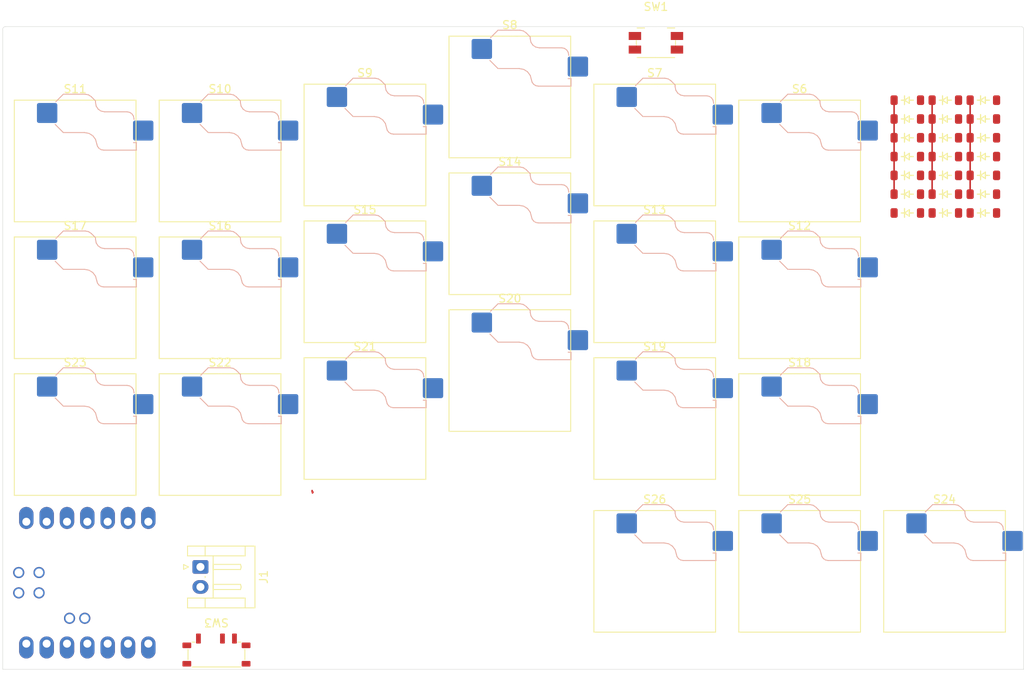
<source format=kicad_pcb>
(kicad_pcb (version 20240108) (generator "pcbnew") (generator_version "8.0")
  (layers (0 "F.Cu" signal) (31 "B.Cu" signal) (34 "B.Paste" user) (35 "F.Paste" user) (36 "B.SilkS" user "B.Silkscreen") (37 "F.SilkS" user "F.Silkscreen") (38 "B.Mask" user) (39 "F.Mask" user) (44 "Edge.Cuts" user))
  (net 0 "")
  (net 1 "ROW0")
  (net 2 "ROW1")
  (net 3 "Net-(D6-A)")
  (net 4 "Net-(D7-A)")
  (net 5 "Net-(D8-A)")
  (net 6 "Net-(D9-A)")
  (net 7 "Net-(D10-A)")
  (net 8 "Net-(D11-A)")
  (net 9 "Net-(D12-A)")
  (net 10 "ROW2")
  (net 11 "Net-(D13-A)")
  (net 12 "Net-(D14-A)")
  (net 13 "Net-(D15-A)")
  (net 14 "Net-(D16-A)")
  (net 15 "Net-(D17-A)")
  (net 16 "ROW3")
  (net 17 "Net-(D18-A)")
  (net 18 "Net-(D19-A)")
  (net 19 "Net-(D20-A)")
  (net 20 "Net-(D21-A)")
  (net 21 "Net-(D22-A)")
  (net 22 "Net-(D23-A)")
  (net 23 "ROW4")
  (net 24 "Net-(D24-A)")
  (net 25 "Net-(D25-A)")
  (net 26 "COL0")
  (net 27 "COL1")
  (net 28 "COL2")
  (net 29 "COL3")
  (net 30 "COL4")
  (net 31 "COL5")
  (net 32 "Net-(D26-A)")
  (net 33 "GND")
  (net 35 "RESET")
  (net 36 "BAT+")
  (net 40 "VBAT")
  (footprint "ScottoKeebs_Components:Diode_SOD-123" (layer "F.Cu") (at 203.35 87.954)
    (property "Reference" "D17" (hide yes))
    (property "Value" "Diode")
    (pad "1" smd roundrect (at -1.65 0) (size 0.9 1.2) (layers "F.Cu" "F.Paste" "F.Mask") (net 10 "ROW2"))
    (pad "2" smd roundrect (at 1.65 0) (size 0.9 1.2) (layers "F.Cu" "F.Paste" "F.Mask") (net 15 "Net-(D17-A)"))
  )
  (footprint "ScottoKeebs_Hotswap:Hotswap_Choc_V1_1.00u" (layer "F.Cu") (at 148.95 75.804)
    (property "Reference" "S8" (at 0 -9 0) (layer "F.SilkS"))
    (property "Value" "Keyswitch")
    (pad "" np_thru_hole circle (at -5.5 0) (size 1.9 1.9) (drill 1.9) (layers "*.Cu" "*.Mask"))
    (pad "" np_thru_hole circle (at 0 -5.9) (size 3.05 3.05) (drill 3.05) (layers "*.Cu" "*.Mask"))
    (pad "" np_thru_hole circle (at 0 0) (size 3.45 3.45) (drill 3.45) (layers "*.Cu" "*.Mask"))
    (pad "" np_thru_hole circle (at 5 -3.8) (size 3.05 3.05) (drill 3.05) (layers "*.Cu" "*.Mask"))
    (pad "" np_thru_hole circle (at 5.5 0) (size 1.9 1.9) (drill 1.9) (layers "*.Cu" "*.Mask"))
    (pad "1" smd roundrect (at -3.5 -6) (size 2.55 2.5) (layers "B.Cu" "B.Paste" "B.Mask") (roundrect_rratio 0.1) (net 28 "COL2"))
    (pad "2" smd roundrect (at 8.5 -3.8) (size 2.55 2.5) (layers "B.Cu" "B.Paste" "B.Mask") (roundrect_rratio 0.1) (net 5 "Net-(D8-A)"))
  )
  (footprint "ScottoKeebs_Hotswap:Hotswap_Choc_V1_1.00u" (layer "F.Cu") (at 185.15 135.104)
    (property "Reference" "S25" (at 0 -9 0) (layer "F.SilkS"))
    (property "Value" "Keyswitch")
    (pad "" np_thru_hole circle (at -5.5 0) (size 1.9 1.9) (drill 1.9) (layers "*.Cu" "*.Mask"))
    (pad "" np_thru_hole circle (at 0 -5.9) (size 3.05 3.05) (drill 3.05) (layers "*.Cu" "*.Mask"))
    (pad "" np_thru_hole circle (at 0 0) (size 3.45 3.45) (drill 3.45) (layers "*.Cu" "*.Mask"))
    (pad "" np_thru_hole circle (at 5 -3.8) (size 3.05 3.05) (drill 3.05) (layers "*.Cu" "*.Mask"))
    (pad "" np_thru_hole circle (at 5.5 0) (size 1.9 1.9) (drill 1.9) (layers "*.Cu" "*.Mask"))
    (pad "1" smd roundrect (at -3.5 -6) (size 2.55 2.5) (layers "B.Cu" "B.Paste" "B.Mask") (roundrect_rratio 0.1) (net 27 "COL1"))
    (pad "2" smd roundrect (at 8.5 -3.8) (size 2.55 2.5) (layers "B.Cu" "B.Paste" "B.Mask") (roundrect_rratio 0.1) (net 25 "Net-(D25-A)"))
  )
  (footprint "ScottoKeebs_Hotswap:Hotswap_Choc_V1_1.00u" (layer "F.Cu") (at 112.75 83.804)
    (property "Reference" "S10" (at 0 -9 0) (layer "F.SilkS"))
    (property "Value" "Keyswitch")
    (pad "" np_thru_hole circle (at -5.5 0) (size 1.9 1.9) (drill 1.9) (layers "*.Cu" "*.Mask"))
    (pad "" np_thru_hole circle (at 0 -5.9) (size 3.05 3.05) (drill 3.05) (layers "*.Cu" "*.Mask"))
    (pad "" np_thru_hole circle (at 0 0) (size 3.45 3.45) (drill 3.45) (layers "*.Cu" "*.Mask"))
    (pad "" np_thru_hole circle (at 5 -3.8) (size 3.05 3.05) (drill 3.05) (layers "*.Cu" "*.Mask"))
    (pad "" np_thru_hole circle (at 5.5 0) (size 1.9 1.9) (drill 1.9) (layers "*.Cu" "*.Mask"))
    (pad "1" smd roundrect (at -3.5 -6) (size 2.55 2.5) (layers "B.Cu" "B.Paste" "B.Mask") (roundrect_rratio 0.1) (net 30 "COL4"))
    (pad "2" smd roundrect (at 8.5 -3.8) (size 2.55 2.5) (layers "B.Cu" "B.Paste" "B.Mask") (roundrect_rratio 0.1) (net 7 "Net-(D10-A)"))
  )
  (footprint "ScottoKeebs_Hotswap:Hotswap_Choc_V1_1.00u" (layer "F.Cu") (at 167.05 98.904)
    (property "Reference" "S13" (at 0 -9 0) (layer "F.SilkS"))
    (property "Value" "Keyswitch")
    (pad "" np_thru_hole circle (at -5.5 0) (size 1.9 1.9) (drill 1.9) (layers "*.Cu" "*.Mask"))
    (pad "" np_thru_hole circle (at 0 -5.9) (size 3.05 3.05) (drill 3.05) (layers "*.Cu" "*.Mask"))
    (pad "" np_thru_hole circle (at 0 0) (size 3.45 3.45) (drill 3.45) (layers "*.Cu" "*.Mask"))
    (pad "" np_thru_hole circle (at 5 -3.8) (size 3.05 3.05) (drill 3.05) (layers "*.Cu" "*.Mask"))
    (pad "" np_thru_hole circle (at 5.5 0) (size 1.9 1.9) (drill 1.9) (layers "*.Cu" "*.Mask"))
    (pad "1" smd roundrect (at -3.5 -6) (size 2.55 2.5) (layers "B.Cu" "B.Paste" "B.Mask") (roundrect_rratio 0.1) (net 27 "COL1"))
    (pad "2" smd roundrect (at 8.5 -3.8) (size 2.55 2.5) (layers "B.Cu" "B.Paste" "B.Mask") (roundrect_rratio 0.1) (net 11 "Net-(D13-A)"))
  )
  (footprint "ScottoKeebs_Hotswap:Hotswap_Choc_V1_1.00u" (layer "F.Cu") (at 94.65 83.804)
    (property "Reference" "S11" (at 0 -9 0) (layer "F.SilkS"))
    (property "Value" "Keyswitch")
    (pad "" np_thru_hole circle (at -5.5 0) (size 1.9 1.9) (drill 1.9) (layers "*.Cu" "*.Mask"))
    (pad "" np_thru_hole circle (at 0 -5.9) (size 3.05 3.05) (drill 3.05) (layers "*.Cu" "*.Mask"))
    (pad "" np_thru_hole circle (at 0 0) (size 3.45 3.45) (drill 3.45) (layers "*.Cu" "*.Mask"))
    (pad "" np_thru_hole circle (at 5 -3.8) (size 3.05 3.05) (drill 3.05) (layers "*.Cu" "*.Mask"))
    (pad "" np_thru_hole circle (at 5.5 0) (size 1.9 1.9) (drill 1.9) (layers "*.Cu" "*.Mask"))
    (pad "1" smd roundrect (at -3.5 -6) (size 2.55 2.5) (layers "B.Cu" "B.Paste" "B.Mask") (roundrect_rratio 0.1) (net 31 "COL5"))
    (pad "2" smd roundrect (at 8.5 -3.8) (size 2.55 2.5) (layers "B.Cu" "B.Paste" "B.Mask") (roundrect_rratio 0.1) (net 8 "Net-(D11-A)"))
  )
  (footprint "ScottoKeebs_Components:Diode_SOD-123" (layer "F.Cu") (at 208.1 78.554)
    (property "Reference" "D19" (hide yes))
    (property "Value" "Diode")
    (pad "1" smd roundrect (at -1.65 0) (size 0.9 1.2) (layers "F.Cu" "F.Paste" "F.Mask") (net 16 "ROW3"))
    (pad "2" smd roundrect (at 1.65 0) (size 0.9 1.2) (layers "F.Cu" "F.Paste" "F.Mask") (net 18 "Net-(D19-A)"))
  )
  (footprint "ScottoKeebs_Components:Diode_SOD-123" (layer "F.Cu") (at 198.6 78.554)
    (property "Reference" "D7" (hide yes))
    (property "Value" "Diode")
    (pad "1" smd roundrect (at -1.65 0) (size 0.9 1.2) (layers "F.Cu" "F.Paste" "F.Mask") (net 2 "ROW1"))
    (pad "2" smd roundrect (at 1.65 0) (size 0.9 1.2) (layers "F.Cu" "F.Paste" "F.Mask") (net 4 "Net-(D7-A)"))
  )
  (footprint "ScottoKeebs_Hotswap:Hotswap_Choc_V1_1.00u" (layer "F.Cu") (at 112.75 118.004)
    (property "Reference" "S22" (at 0 -9 0) (layer "F.SilkS"))
    (property "Value" "Keyswitch")
    (pad "" np_thru_hole circle (at -5.5 0) (size 1.9 1.9) (drill 1.9) (layers "*.Cu" "*.Mask"))
    (pad "" np_thru_hole circle (at 0 -5.9) (size 3.05 3.05) (drill 3.05) (layers "*.Cu" "*.Mask"))
    (pad "" np_thru_hole circle (at 0 0) (size 3.45 3.45) (drill 3.45) (layers "*.Cu" "*.Mask"))
    (pad "" np_thru_hole circle (at 5 -3.8) (size 3.05 3.05) (drill 3.05) (layers "*.Cu" "*.Mask"))
    (pad "" np_thru_hole circle (at 5.5 0) (size 1.9 1.9) (drill 1.9) (layers "*.Cu" "*.Mask"))
    (pad "1" smd roundrect (at -3.5 -6) (size 2.55 2.5) (layers "B.Cu" "B.Paste" "B.Mask") (roundrect_rratio 0.1) (net 30 "COL4"))
    (pad "2" smd roundrect (at 8.5 -3.8) (size 2.55 2.5) (layers "B.Cu" "B.Paste" "B.Mask") (roundrect_rratio 0.1) (net 21 "Net-(D22-A)"))
  )
  (footprint "ScottoKeebs_Hotswap:Hotswap_Choc_V1_1.00u" (layer "F.Cu") (at 148.95 110.004)
    (property "Reference" "S20" (at 0 -9 0) (layer "F.SilkS"))
    (property "Value" "Keyswitch")
    (pad "" np_thru_hole circle (at -5.5 0) (size 1.9 1.9) (drill 1.9) (layers "*.Cu" "*.Mask"))
    (pad "" np_thru_hole circle (at 0 -5.9) (size 3.05 3.05) (drill 3.05) (layers "*.Cu" "*.Mask"))
    (pad "" np_thru_hole circle (at 0 0) (size 3.45 3.45) (drill 3.45) (layers "*.Cu" "*.Mask"))
    (pad "" np_thru_hole circle (at 5 -3.8) (size 3.05 3.05) (drill 3.05) (layers "*.Cu" "*.Mask"))
    (pad "" np_thru_hole circle (at 5.5 0) (size 1.9 1.9) (drill 1.9) (layers "*.Cu" "*.Mask"))
    (pad "1" smd roundrect (at -3.5 -6) (size 2.55 2.5) (layers "B.Cu" "B.Paste" "B.Mask") (roundrect_rratio 0.1) (net 28 "COL2"))
    (pad "2" smd roundrect (at 8.5 -3.8) (size 2.55 2.5) (layers "B.Cu" "B.Paste" "B.Mask") (roundrect_rratio 0.1) (net 19 "Net-(D20-A)"))
  )
  (footprint "ScottoKeebs_Hotswap:Hotswap_Choc_V1_1.00u" (layer "F.Cu") (at 185.15 118.004)
    (property "Reference" "S18" (at 0 -9 0) (layer "F.SilkS"))
    (property "Value" "Keyswitch")
    (pad "" np_thru_hole circle (at -5.5 0) (size 1.9 1.9) (drill 1.9) (layers "*.Cu" "*.Mask"))
    (pad "" np_thru_hole circle (at 0 -5.9) (size 3.05 3.05) (drill 3.05) (layers "*.Cu" "*.Mask"))
    (pad "" np_thru_hole circle (at 0 0) (size 3.45 3.45) (drill 3.45) (layers "*.Cu" "*.Mask"))
    (pad "" np_thru_hole circle (at 5 -3.8) (size 3.05 3.05) (drill 3.05) (layers "*.Cu" "*.Mask"))
    (pad "" np_thru_hole circle (at 5.5 0) (size 1.9 1.9) (drill 1.9) (layers "*.Cu" "*.Mask"))
    (pad "1" smd roundrect (at -3.5 -6) (size 2.55 2.5) (layers "B.Cu" "B.Paste" "B.Mask") (roundrect_rratio 0.1) (net 26 "COL0"))
    (pad "2" smd roundrect (at 8.5 -3.8) (size 2.55 2.5) (layers "B.Cu" "B.Paste" "B.Mask") (roundrect_rratio 0.1) (net 17 "Net-(D18-A)"))
  )
  (footprint "ScottoKeebs_Hotswap:Hotswap_Choc_V1_1.00u" (layer "F.Cu") (at 148.95 92.904)
    (property "Reference" "S14" (at 0 -9 0) (layer "F.SilkS"))
    (property "Value" "Keyswitch")
    (pad "" np_thru_hole circle (at -5.5 0) (size 1.9 1.9) (drill 1.9) (layers "*.Cu" "*.Mask"))
    (pad "" np_thru_hole circle (at 0 -5.9) (size 3.05 3.05) (drill 3.05) (layers "*.Cu" "*.Mask"))
    (pad "" np_thru_hole circle (at 0 0) (size 3.45 3.45) (drill 3.45) (layers "*.Cu" "*.Mask"))
    (pad "" np_thru_hole circle (at 5 -3.8) (size 3.05 3.05) (drill 3.05) (layers "*.Cu" "*.Mask"))
    (pad "" np_thru_hole circle (at 5.5 0) (size 1.9 1.9) (drill 1.9) (layers "*.Cu" "*.Mask"))
    (pad "1" smd roundrect (at -3.5 -6) (size 2.55 2.5) (layers "B.Cu" "B.Paste" "B.Mask") (roundrect_rratio 0.1) (net 28 "COL2"))
    (pad "2" smd roundrect (at 8.5 -3.8) (size 2.55 2.5) (layers "B.Cu" "B.Paste" "B.Mask") (roundrect_rratio 0.1) (net 12 "Net-(D14-A)"))
  )
  (footprint "ScottoKeebs_Components:Diode_SOD-123" (layer "F.Cu") (at 208.1 85.604)
    (property "Reference" "D22" (hide yes))
    (property "Value" "Diode")
    (pad "1" smd roundrect (at -1.65 0) (size 0.9 1.2) (layers "F.Cu" "F.Paste" "F.Mask") (net 16 "ROW3"))
    (pad "2" smd roundrect (at 1.65 0) (size 0.9 1.2) (layers "F.Cu" "F.Paste" "F.Mask") (net 21 "Net-(D22-A)"))
  )
  (footprint "ScottoKeebs_Hotswap:Hotswap_Choc_V1_1.00u" (layer "F.Cu") (at 94.65 100.904)
    (property "Reference" "S17" (at 0 -9 0) (layer "F.SilkS"))
    (property "Value" "Keyswitch")
    (pad "" np_thru_hole circle (at -5.5 0) (size 1.9 1.9) (drill 1.9) (layers "*.Cu" "*.Mask"))
    (pad "" np_thru_hole circle (at 0 -5.9) (size 3.05 3.05) (drill 3.05) (layers "*.Cu" "*.Mask"))
    (pad "" np_thru_hole circle (at 0 0) (size 3.45 3.45) (drill 3.45) (layers "*.Cu" "*.Mask"))
    (pad "" np_thru_hole circle (at 5 -3.8) (size 3.05 3.05) (drill 3.05) (layers "*.Cu" "*.Mask"))
    (pad "" np_thru_hole circle (at 5.5 0) (size 1.9 1.9) (drill 1.9) (layers "*.Cu" "*.Mask"))
    (pad "1" smd roundrect (at -3.5 -6) (size 2.55 2.5) (layers "B.Cu" "B.Paste" "B.Mask") (roundrect_rratio 0.1) (net 31 "COL5"))
    (pad "2" smd roundrect (at 8.5 -3.8) (size 2.55 2.5) (layers "B.Cu" "B.Paste" "B.Mask") (roundrect_rratio 0.1) (net 15 "Net-(D17-A)"))
  )
  (footprint "ScottoKeebs_Components:Diode_SOD-123" (layer "F.Cu") (at 198.6 76.204)
    (property "Reference" "D6" (hide yes))
    (property "Value" "Diode")
    (pad "1" smd roundrect (at -1.65 0) (size 0.9 1.2) (layers "F.Cu" "F.Paste" "F.Mask") (net 2 "ROW1"))
    (pad "2" smd roundrect (at 1.65 0) (size 0.9 1.2) (layers "F.Cu" "F.Paste" "F.Mask") (net 3 "Net-(D6-A)"))
  )
  (footprint "ScottoKeebs_Components:Diode_SOD-123" (layer "F.Cu") (at 203.35 76.204)
    (property "Reference" "D12" (hide yes))
    (property "Value" "Diode")
    (pad "1" smd roundrect (at -1.65 0) (size 0.9 1.2) (layers "F.Cu" "F.Paste" "F.Mask") (net 10 "ROW2"))
    (pad "2" smd roundrect (at 1.65 0) (size 0.9 1.2) (layers "F.Cu" "F.Paste" "F.Mask") (net 9 "Net-(D12-A)"))
  )
  (footprint "ScottoKeebs_Hotswap:Hotswap_Choc_V1_1.00u" (layer "F.Cu") (at 167.05 81.804)
    (property "Reference" "S7" (at 0 -9 0) (layer "F.SilkS"))
    (property "Value" "Keyswitch")
    (pad "" np_thru_hole circle (at -5.5 0) (size 1.9 1.9) (drill 1.9) (layers "*.Cu" "*.Mask"))
    (pad "" np_thru_hole circle (at 0 -5.9) (size 3.05 3.05) (drill 3.05) (layers "*.Cu" "*.Mask"))
    (pad "" np_thru_hole circle (at 0 0) (size 3.45 3.45) (drill 3.45) (layers "*.Cu" "*.Mask"))
    (pad "" np_thru_hole circle (at 5 -3.8) (size 3.05 3.05) (drill 3.05) (layers "*.Cu" "*.Mask"))
    (pad "" np_thru_hole circle (at 5.5 0) (size 1.9 1.9) (drill 1.9) (layers "*.Cu" "*.Mask"))
    (pad "1" smd roundrect (at -3.5 -6) (size 2.55 2.5) (layers "B.Cu" "B.Paste" "B.Mask") (roundrect_rratio 0.1) (net 27 "COL1"))
    (pad "2" smd roundrect (at 8.5 -3.8) (size 2.55 2.5) (layers "B.Cu" "B.Paste" "B.Mask") (roundrect_rratio 0.1) (net 4 "Net-(D7-A)"))
  )
  (footprint "ScottoKeebs_Hotswap:Hotswap_Choc_V1_1.00u" (layer "F.Cu") (at 185.15 100.904)
    (property "Reference" "S12" (at 0 -9 0) (layer "F.SilkS"))
    (property "Value" "Keyswitch")
    (pad "" np_thru_hole circle (at -5.5 0) (size 1.9 1.9) (drill 1.9) (layers "*.Cu" "*.Mask"))
    (pad "" np_thru_hole circle (at 0 -5.9) (size 3.05 3.05) (drill 3.05) (layers "*.Cu" "*.Mask"))
    (pad "" np_thru_hole circle (at 0 0) (size 3.45 3.45) (drill 3.45) (layers "*.Cu" "*.Mask"))
    (pad "" np_thru_hole circle (at 5 -3.8) (size 3.05 3.05) (drill 3.05) (layers "*.Cu" "*.Mask"))
    (pad "" np_thru_hole circle (at 5.5 0) (size 1.9 1.9) (drill 1.9) (layers "*.Cu" "*.Mask"))
    (pad "1" smd roundrect (at -3.5 -6) (size 2.55 2.5) (layers "B.Cu" "B.Paste" "B.Mask") (roundrect_rratio 0.1) (net 26 "COL0"))
    (pad "2" smd roundrect (at 8.5 -3.8) (size 2.55 2.5) (layers "B.Cu" "B.Paste" "B.Mask") (roundrect_rratio 0.1) (net 9 "Net-(D12-A)"))
  )
  (footprint "ScottoKeebs_Components:Diode_SOD-123" (layer "F.Cu") (at 203.35 78.554)
    (property "Reference" "D13" (hide yes))
    (property "Value" "Diode")
    (pad "1" smd roundrect (at -1.65 0) (size 0.9 1.2) (layers "F.Cu" "F.Paste" "F.Mask") (net 10 "ROW2"))
    (pad "2" smd roundrect (at 1.65 0) (size 0.9 1.2) (layers "F.Cu" "F.Paste" "F.Mask") (net 11 "Net-(D13-A)"))
  )
  (footprint "ScottoKeebs_Hotswap:Hotswap_Choc_V1_1.00u" (layer "F.Cu") (at 167.05 135.104)
    (property "Reference" "S26" (at 0 -9 0) (layer "F.SilkS"))
    (property "Value" "Keyswitch")
    (pad "" np_thru_hole circle (at -5.5 0) (size 1.9 1.9) (drill 1.9) (layers "*.Cu" "*.Mask"))
    (pad "" np_thru_hole circle (at 0 -5.9) (size 3.05 3.05) (drill 3.05) (layers "*.Cu" "*.Mask"))
    (pad "" np_thru_hole circle (at 0 0) (size 3.45 3.45) (drill 3.45) (layers "*.Cu" "*.Mask"))
    (pad "" np_thru_hole circle (at 5 -3.8) (size 3.05 3.05) (drill 3.05) (layers "*.Cu" "*.Mask"))
    (pad "" np_thru_hole circle (at 5.5 0) (size 1.9 1.9) (drill 1.9) (layers "*.Cu" "*.Mask"))
    (pad "1" smd roundrect (at -3.5 -6) (size 2.55 2.5) (layers "B.Cu" "B.Paste" "B.Mask") (roundrect_rratio 0.1) (net 28 "COL2"))
    (pad "2" smd roundrect (at 8.5 -3.8) (size 2.55 2.5) (layers "B.Cu" "B.Paste" "B.Mask") (roundrect_rratio 0.1) (net 32 "Net-(D26-A)"))
  )
  (footprint "Button_Switch_SMD:Panasonic_EVQPUL_EVQPUC" (layer "F.Cu") (at 167.2 69.029)
    (property "Reference" "SW1" (at 0 -4.5 0) (layer "F.SilkS"))
    (property "Value" "RSW")
    (pad "" np_thru_hole circle (at 0 -1.375 180) (size 0.75 0.75) (drill 0.75) (layers "*.Cu" "*.Mask"))
    (pad "" np_thru_hole circle (at 0 1.375 180) (size 0.75 0.75) (drill 0.75) (layers "*.Cu" "*.Mask"))
    (pad "1" smd rect (at -2.625 -0.85 180) (size 1.55 1) (layers "F.Cu" "F.Paste" "F.Mask") (net 35 "RESET"))
    (pad "1" smd rect (at 2.625 -0.85 180) (size 1.55 1) (layers "F.Cu" "F.Paste" "F.Mask") (net 35 "RESET"))
    (pad "2" smd rect (at -2.625 0.85 180) (size 1.55 1) (layers "F.Cu" "F.Paste" "F.Mask") (net 33 "GND"))
    (pad "2" smd rect (at 2.625 0.85 180) (size 1.55 1) (layers "F.Cu" "F.Paste" "F.Mask") (net 33 "GND"))
  )
  (footprint "ScottoKeebs_Hotswap:Hotswap_Choc_V1_1.00u" (layer "F.Cu") (at 167.05 116.004)
    (property "Reference" "S19" (at 0 -9 0) (layer "F.SilkS"))
    (property "Value" "Keyswitch")
    (pad "" np_thru_hole circle (at -5.5 0) (size 1.9 1.9) (drill 1.9) (layers "*.Cu" "*.Mask"))
    (pad "" np_thru_hole circle (at 0 -5.9) (size 3.05 3.05) (drill 3.05) (layers "*.Cu" "*.Mask"))
    (pad "" np_thru_hole circle (at 0 0) (size 3.45 3.45) (drill 3.45) (layers "*.Cu" "*.Mask"))
    (pad "" np_thru_hole circle (at 5 -3.8) (size 3.05 3.05) (drill 3.05) (layers "*.Cu" "*.Mask"))
    (pad "" np_thru_hole circle (at 5.5 0) (size 1.9 1.9) (drill 1.9) (layers "*.Cu" "*.Mask"))
    (pad "1" smd roundrect (at -3.5 -6) (size 2.55 2.5) (layers "B.Cu" "B.Paste" "B.Mask") (roundrect_rratio 0.1) (net 27 "COL1"))
    (pad "2" smd roundrect (at 8.5 -3.8) (size 2.55 2.5) (layers "B.Cu" "B.Paste" "B.Mask") (roundrect_rratio 0.1) (net 18 "Net-(D19-A)"))
  )
  (footprint "ScottoKeebs_Components:Diode_SOD-123" (layer "F.Cu") (at 208.1 76.204)
    (property "Reference" "D18" (hide yes))
    (property "Value" "Diode")
    (pad "1" smd roundrect (at -1.65 0) (size 0.9 1.2) (layers "F.Cu" "F.Paste" "F.Mask") (net 16 "ROW3"))
    (pad "2" smd roundrect (at 1.65 0) (size 0.9 1.2) (layers "F.Cu" "F.Paste" "F.Mask") (net 17 "Net-(D18-A)"))
  )
  (footprint "ScottoKeebs_Hotswap:Hotswap_Choc_V1_1.00u" (layer "F.Cu") (at 203.25 135.104)
    (property "Reference" "S24" (at 0 -9 0) (layer "F.SilkS"))
    (property "Value" "Keyswitch")
    (pad "" np_thru_hole circle (at -5.5 0) (size 1.9 1.9) (drill 1.9) (layers "*.Cu" "*.Mask"))
    (pad "" np_thru_hole circle (at 0 -5.9) (size 3.05 3.05) (drill 3.05) (layers "*.Cu" "*.Mask"))
    (pad "" np_thru_hole circle (at 0 0) (size 3.45 3.45) (drill 3.45) (layers "*.Cu" "*.Mask"))
    (pad "" np_thru_hole circle (at 5 -3.8) (size 3.05 3.05) (drill 3.05) (layers "*.Cu" "*.Mask"))
    (pad "" np_thru_hole circle (at 5.5 0) (size 1.9 1.9) (drill 1.9) (layers "*.Cu" "*.Mask"))
    (pad "1" smd roundrect (at -3.5 -6) (size 2.55 2.5) (layers "B.Cu" "B.Paste" "B.Mask") (roundrect_rratio 0.1) (net 26 "COL0"))
    (pad "2" smd roundrect (at 8.5 -3.8) (size 2.55 2.5) (layers "B.Cu" "B.Paste" "B.Mask") (roundrect_rratio 0.1) (net 24 "Net-(D24-A)"))
  )
  (footprint "ScottoKeebs_Components:Diode_SOD-123" (layer "F.Cu") (at 198.6 80.904)
    (property "Reference" "D8" (hide yes))
    (property "Value" "Diode")
    (pad "1" smd roundrect (at -1.65 0) (size 0.9 1.2) (layers "F.Cu" "F.Paste" "F.Mask") (net 2 "ROW1"))
    (pad "2" smd roundrect (at 1.65 0) (size 0.9 1.2) (layers "F.Cu" "F.Paste" "F.Mask") (net 5 "Net-(D8-A)"))
  )
  (footprint "Connector_JST:JST_EH_S2B-EH_1x02_P2.50mm_Horizontal" (layer "F.Cu") (at 110.3 134.554 -90)
    (property "Reference" "J1" (at 1.25 -7.9 90) (layer "F.SilkS"))
    (property "Value" "Conn_01x02")
    (pad "1" thru_hole roundrect (at 0 0 270) (size 1.7 2) (drill 1) (layers "*.Cu" "*.Mask") (roundrect_rratio 0.147059) (net 33 "GND"))
    (pad "2" thru_hole oval (at 2.5 0 270) (size 1.7 2) (drill 1) (layers "*.Cu" "*.Mask") (net 40 "VBAT"))
  )
  (footprint "test:xiao-ble-tht" (layer "F.Cu") (at 96.172 136.524 90)
    (property "Reference" "xiao-ble1" (hide yes))
    (property "Value" "U" (hide yes))
    (pad "1" thru_hole oval (at -7.62 -7.62 90) (size 2.75 1.8) (drill 1 (offset -0.475 0)) (layers "*.Cu" "*.Mask") (net 1 "ROW0"))
    (pad "2" thru_hole oval (at -7.62 -5.08 90) (size 2.75 1.8) (drill 1 (offset -0.475 0)) (layers "*.Cu" "*.Mask") (net 2 "ROW1"))
    (pad "3" thru_hole oval (at -7.62 -2.54 90) (size 2.75 1.8) (drill 1 (offset -0.475 0)) (layers "*.Cu" "*.Mask") (net 10 "ROW2"))
    (pad "4" thru_hole oval (at -7.62 0 90) (size 2.75 1.8) (drill 1 (offset -0.475 0)) (layers "*.Cu" "*.Mask") (net 16 "ROW3"))
    (pad "5" thru_hole oval (at -7.62 2.54 90) (size 2.75 1.8) (drill 1 (offset -0.475 0)) (layers "*.Cu" "*.Mask") (net 23 "ROW4"))
    (pad "6" thru_hole oval (at -7.62 5.08 90) (size 2.75 1.8) (drill 1 (offset -0.475 0)) (layers "*.Cu" "*.Mask") (net 26 "COL0"))
    (pad "7" thru_hole oval (at -7.62 7.62 90) (size 2.75 1.8) (drill 1 (offset -0.475 0)) (layers "*.Cu" "*.Mask") (net 27 "COL1"))
    (pad "8" thru_hole oval (at 7.62 7.62 270) (size 2.75 1.8) (drill 1 (offset -0.475 0)) (layers "*.Cu" "*.Mask") (net 28 "COL2"))
    (pad "9" thru_hole oval (at 7.62 5.08 270) (size 2.75 1.8) (drill 1 (offset -0.475 0)) (layers "*.Cu" "*.Mask") (net 29 "COL3"))
    (pad "10" thru_hole oval (at 7.62 2.54 270) (size 2.75 1.8) (drill 1 (offset -0.475 0)) (layers "*.Cu" "*.Mask") (net 30 "COL4"))
    (pad "11" thru_hole oval (at 7.62 0 270) (size 2.75 1.8) (drill 1 (offset -0.475 0)) (layers "*.Cu" "*.Mask") (net 31 "COL5"))
    (pad "12" thru_hole oval (at 7.62 -2.54 270) (size 2.75 1.8) (drill 1 (offset -0.475 0)) (layers "*.Cu" "*.Mask"))
    (pad "13" thru_hole oval (at 7.62 -5.08 270) (size 2.75 1.8) (drill 1 (offset -0.475 0)) (layers "*.Cu" "*.Mask") (net 33 "GND"))
    (pad "14" thru_hole oval (at 7.62 -7.62 270) (size 2.75 1.8) (drill 1 (offset -0.475 0)) (layers "*.Cu" "*.Mask"))
    (pad "15" thru_hole circle (at -1.27 -8.572 180) (size 1.397 1.397) (drill 1.016) (layers "*.Cu" "*.Mask"))
    (pad "16" thru_hole circle (at 1.27 -8.572 180) (size 1.397 1.397) (drill 1.016) (layers "*.Cu" "*.Mask"))
    (pad "17" thru_hole circle (at -1.27 -6.032 180) (size 1.397 1.397) (drill 1.016) (layers "*.Cu" "*.Mask") (net 35 "RESET"))
    (pad "18" thru_hole circle (at 1.27 -6.032 180) (size 1.397 1.397) (drill 1.016) (layers "*.Cu" "*.Mask") (net 33 "GND"))
    (pad "19" thru_hole circle (at -4.445 -0.317 270) (size 1.397 1.397) (drill 1.016) (layers "*.Cu" "*.Mask") (net 36 "BAT+"))
    (pad "20" thru_hole circle (at -4.445 -2.222 270) (size 1.397 1.397) (drill 1.016) (layers "*.Cu" "*.Mask") (net 33 "GND"))
  )
  (footprint "ScottoKeebs_Components:Diode_SOD-123" (layer "F.Cu") (at 198.6 85.604)
    (property "Reference" "D10" (hide yes))
    (property "Value" "Diode")
    (pad "1" smd roundrect (at -1.65 0) (size 0.9 1.2) (layers "F.Cu" "F.Paste" "F.Mask") (net 2 "ROW1"))
    (pad "2" smd roundrect (at 1.65 0) (size 0.9 1.2) (layers "F.Cu" "F.Paste" "F.Mask") (net 7 "Net-(D10-A)"))
  )
  (footprint "ScottoKeebs_Hotswap:Hotswap_Choc_V1_1.00u" (layer "F.Cu") (at 130.85 116.004)
    (property "Reference" "S21" (at 0 -9 0) (layer "F.SilkS"))
    (property "Value" "Keyswitch")
    (pad "" np_thru_hole circle (at -5.5 0) (size 1.9 1.9) (drill 1.9) (layers "*.Cu" "*.Mask"))
    (pad "" np_thru_hole circle (at 0 -5.9) (size 3.05 3.05) (drill 3.05) (layers "*.Cu" "*.Mask"))
    (pad "" np_thru_hole circle (at 0 0) (size 3.45 3.45) (drill 3.45) (layers "*.Cu" "*.Mask"))
    (pad "" np_thru_hole circle (at 5 -3.8) (size 3.05 3.05) (drill 3.05) (layers "*.Cu" "*.Mask"))
    (pad "" np_thru_hole circle (at 5.5 0) (size 1.9 1.9) (drill 1.9) (layers "*.Cu" "*.Mask"))
    (pad "1" smd roundrect (at -3.5 -6) (size 2.55 2.5) (layers "B.Cu" "B.Paste" "B.Mask") (roundrect_rratio 0.1) (net 29 "COL3"))
    (pad "2" smd roundrect (at 8.5 -3.8) (size 2.55 2.5) (layers "B.Cu" "B.Paste" "B.Mask") (roundrect_rratio 0.1) (net 20 "Net-(D21-A)"))
  )
  (footprint "ScottoKeebs_Hotswap:Hotswap_Choc_V1_1.00u" (layer "F.Cu") (at 130.85 98.904)
    (property "Reference" "S15" (at 0 -9 0) (layer "F.SilkS"))
    (property "Value" "Keyswitch")
    (pad "" np_thru_hole circle (at -5.5 0) (size 1.9 1.9) (drill 1.9) (layers "*.Cu" "*.Mask"))
    (pad "" np_thru_hole circle (at 0 -5.9) (size 3.05 3.05) (drill 3.05) (layers "*.Cu" "*.Mask"))
    (pad "" np_thru_hole circle (at 0 0) (size 3.45 3.45) (drill 3.45) (layers "*.Cu" "*.Mask"))
    (pad "" np_thru_hole circle (at 5 -3.8) (size 3.05 3.05) (drill 3.05) (layers "*.Cu" "*.Mask"))
    (pad "" np_thru_hole circle (at 5.5 0) (size 1.9 1.9) (drill 1.9) (layers "*.Cu" "*.Mask"))
    (pad "1" smd roundrect (at -3.5 -6) (size 2.55 2.5) (layers "B.Cu" "B.Paste" "B.Mask") (roundrect_rratio 0.1) (net 29 "COL3"))
    (pad "2" smd roundrect (at 8.5 -3.8) (size 2.55 2.5) (layers "B.Cu" "B.Paste" "B.Mask") (roundrect_rratio 0.1) (net 13 "Net-(D15-A)"))
  )
  (footprint "ScottoKeebs_Hotswap:Hotswap_Choc_V1_1.00u" (layer "F.Cu") (at 94.65 118.004)
    (property "Reference" "S23" (at 0 -9 0) (layer "F.SilkS"))
    (property "Value" "Keyswitch")
    (pad "" np_thru_hole circle (at -5.5 0) (size 1.9 1.9) (drill 1.9) (layers "*.Cu" "*.Mask"))
    (pad "" np_thru_hole circle (at 0 -5.9) (size 3.05 3.05) (drill 3.05) (layers "*.Cu" "*.Mask"))
    (pad "" np_thru_hole circle (at 0 0) (size 3.45 3.45) (drill 3.45) (layers "*.Cu" "*.Mask"))
    (pad "" np_thru_hole circle (at 5 -3.8) (size 3.05 3.05) (drill 3.05) (layers "*.Cu" "*.Mask"))
    (pad "" np_thru_hole circle (at 5.5 0) (size 1.9 1.9) (drill 1.9) (layers "*.Cu" "*.Mask"))
    (pad "1" smd roundrect (at -3.5 -6) (size 2.55 2.5) (layers "B.Cu" "B.Paste" "B.Mask") (roundrect_rratio 0.1) (net 31 "COL5"))
    (pad "2" smd roundrect (at 8.5 -3.8) (size 2.55 2.5) (layers "B.Cu" "B.Paste" "B.Mask") (roundrect_rratio 0.1) (net 22 "Net-(D23-A)"))
  )
  (footprint "ScottoKeebs_Components:Diode_SOD-123" (layer "F.Cu") (at 208.1 87.954)
    (property "Reference" "D23" (hide yes))
    (property "Value" "Diode")
    (pad "1" smd roundrect (at -1.65 0) (size 0.9 1.2) (layers "F.Cu" "F.Paste" "F.Mask") (net 16 "ROW3"))
    (pad "2" smd roundrect (at 1.65 0) (size 0.9 1.2) (layers "F.Cu" "F.Paste" "F.Mask") (net 22 "Net-(D23-A)"))
  )
  (footprint "ScottoKeebs_Components:Switch_MSK12C02" (layer "F.Cu") (at 112.3 145.504 180)
    (property "Reference" "SW3" (at 0 4 180) (layer "F.SilkS"))
    (property "Value" "Switch")
    (pad "" np_thru_hole circle (at -1.5 0) (size 0.85 0.85) (drill 0.85) (layers "F&B.Cu" "*.Mask"))
    (pad "" np_thru_hole circle (at 1.5 0) (size 0.85 0.85) (drill 0.85) (layers "F&B.Cu" "*.Mask"))
    (pad "1" smd roundrect (at 2.25 2) (size 0.6 1.25) (layers "F.Cu" "F.Paste" "F.Mask") (roundrect_rratio 0.15) (net 36 "BAT+"))
    (pad "2" smd roundrect (at -0.75 2) (size 0.6 1.25) (layers "F.Cu" "F.Paste" "F.Mask") (roundrect_rratio 0.15) (net 40 "VBAT"))
    (pad "3" smd roundrect (at -2.25 2) (size 0.6 1.25) (layers "F.Cu" "F.Paste" "F.Mask") (roundrect_rratio 0.15))
    (pad "MP" smd roundrect (at -3.7 -1.15 90) (size 0.7 1.1) (layers "F.Cu" "F.Paste" "F.Mask") (roundrect_rratio 0.15))
    (pad "MP" smd roundrect (at -3.7 1.15 90) (size 0.7 1.1) (layers "F.Cu" "F.Paste" "F.Mask") (roundrect_rratio 0.15))
    (pad "MP" smd roundrect (at 3.7 -1.15 90) (size 0.7 1.1) (layers "F.Cu" "F.Paste" "F.Mask") (roundrect_rratio 0.15))
    (pad "MP" smd roundrect (at 3.7 1.15 90) (size 0.7 1.1) (layers "F.Cu" "F.Paste" "F.Mask") (roundrect_rratio 0.15))
  )
  (footprint "ScottoKeebs_Components:Diode_SOD-123" (layer "F.Cu") (at 203.35 90.304)
    (property "Reference" "D25" (hide yes))
    (property "Value" "Diode")
    (pad "1" smd roundrect (at -1.65 0) (size 0.9 1.2) (layers "F.Cu" "F.Paste" "F.Mask") (net 23 "ROW4"))
    (pad "2" smd roundrect (at 1.65 0) (size 0.9 1.2) (layers "F.Cu" "F.Paste" "F.Mask") (net 25 "Net-(D25-A)"))
  )
  (footprint "ScottoKeebs_Components:Diode_SOD-123" (layer "F.Cu") (at 208.1 80.904)
    (property "Reference" "D20" (hide yes))
    (property "Value" "Diode")
    (pad "1" smd roundrect (at -1.65 0) (size 0.9 1.2) (layers "F.Cu" "F.Paste" "F.Mask") (net 16 "ROW3"))
    (pad "2" smd roundrect (at 1.65 0) (size 0.9 1.2) (layers "F.Cu" "F.Paste" "F.Mask") (net 19 "Net-(D20-A)"))
  )
  (footprint "ScottoKeebs_Components:Diode_SOD-123" (layer "F.Cu") (at 208.1 83.254)
    (property "Reference" "D21" (hide yes))
    (property "Value" "Diode")
    (pad "1" smd roundrect (at -1.65 0) (size 0.9 1.2) (layers "F.Cu" "F.Paste" "F.Mask") (net 16 "ROW3"))
    (pad "2" smd roundrect (at 1.65 0) (size 0.9 1.2) (layers "F.Cu" "F.Paste" "F.Mask") (net 20 "Net-(D21-A)"))
  )
  (footprint "ScottoKeebs_Components:Diode_SOD-123" (layer "F.Cu") (at 203.35 80.904)
    (property "Reference" "D14" (hide yes))
    (property "Value" "Diode")
    (pad "1" smd roundrect (at -1.65 0) (size 0.9 1.2) (layers "F.Cu" "F.Paste" "F.Mask") (net 10 "ROW2"))
    (pad "2" smd roundrect (at 1.65 0) (size 0.9 1.2) (layers "F.Cu" "F.Paste" "F.Mask") (net 12 "Net-(D14-A)"))
  )
  (footprint "ScottoKeebs_Components:Diode_SOD-123" (layer "F.Cu") (at 203.35 85.604)
    (property "Reference" "D16" (hide yes))
    (property "Value" "Diode")
    (pad "1" smd roundrect (at -1.65 0) (size 0.9 1.2) (layers "F.Cu" "F.Paste" "F.Mask") (net 10 "ROW2"))
    (pad "2" smd roundrect (at 1.65 0) (size 0.9 1.2) (layers "F.Cu" "F.Paste" "F.Mask") (net 14 "Net-(D16-A)"))
  )
  (footprint "ScottoKeebs_Components:Diode_SOD-123" (layer "F.Cu") (at 198.6 83.254)
    (property "Reference" "D9" (hide yes))
    (property "Value" "Diode")
    (pad "1" smd roundrect (at -1.65 0) (size 0.9 1.2) (layers "F.Cu" "F.Paste" "F.Mask") (net 2 "ROW1"))
    (pad "2" smd roundrect (at 1.65 0) (size 0.9 1.2) (layers "F.Cu" "F.Paste" "F.Mask") (net 6 "Net-(D9-A)"))
  )
  (footprint "ScottoKeebs_Hotswap:Hotswap_Choc_V1_1.00u" (layer "F.Cu") (at 130.85 81.804)
    (property "Reference" "S9" (at 0 -9 0) (layer "F.SilkS"))
    (property "Value" "Keyswitch")
    (pad "" np_thru_hole circle (at -5.5 0) (size 1.9 1.9) (drill 1.9) (layers "*.Cu" "*.Mask"))
    (pad "" np_thru_hole circle (at 0 -5.9) (size 3.05 3.05) (drill 3.05) (layers "*.Cu" "*.Mask"))
    (pad "" np_thru_hole circle (at 0 0) (size 3.45 3.45) (drill 3.45) (layers "*.Cu" "*.Mask"))
    (pad "" np_thru_hole circle (at 5 -3.8) (size 3.05 3.05) (drill 3.05) (layers "*.Cu" "*.Mask"))
    (pad "" np_thru_hole circle (at 5.5 0) (size 1.9 1.9) (drill 1.9) (layers "*.Cu" "*.Mask"))
    (pad "1" smd roundrect (at -3.5 -6) (size 2.55 2.5) (layers "B.Cu" "B.Paste" "B.Mask") (roundrect_rratio 0.1) (net 29 "COL3"))
    (pad "2" smd roundrect (at 8.5 -3.8) (size 2.55 2.5) (layers "B.Cu" "B.Paste" "B.Mask") (roundrect_rratio 0.1) (net 6 "Net-(D9-A)"))
  )
  (footprint "ScottoKeebs_Hotswap:Hotswap_Choc_V1_1.00u" (layer "F.Cu") (at 112.75 100.904)
    (property "Reference" "S16" (at 0 -9 0) (layer "F.SilkS"))
    (property "Value" "Keyswitch")
    (pad "" np_thru_hole circle (at -5.5 0) (size 1.9 1.9) (drill 1.9) (layers "*.Cu" "*.Mask"))
    (pad "" np_thru_hole circle (at 0 -5.9) (size 3.05 3.05) (drill 3.05) (layers "*.Cu" "*.Mask"))
    (pad "" np_thru_hole circle (at 0 0) (size 3.45 3.45) (drill 3.45) (layers "*.Cu" "*.Mask"))
    (pad "" np_thru_hole circle (at 5 -3.8) (size 3.05 3.05) (drill 3.05) (layers "*.Cu" "*.Mask"))
    (pad "" np_thru_hole circle (at 5.5 0) (size 1.9 1.9) (drill 1.9) (layers "*.Cu" "*.Mask"))
    (pad "1" smd roundrect (at -3.5 -6) (size 2.55 2.5) (layers "B.Cu" "B.Paste" "B.Mask") (roundrect_rratio 0.1) (net 30 "COL4"))
    (pad "2" smd roundrect (at 8.5 -3.8) (size 2.55 2.5) (layers "B.Cu" "B.Paste" "B.Mask") (roundrect_rratio 0.1) (net 14 "Net-(D16-A)"))
  )
  (footprint "ScottoKeebs_Components:Diode_SOD-123" (layer "F.Cu") (at 198.6 87.954)
    (property "Reference" "D11" (hide yes))
    (property "Value" "Diode")
    (pad "1" smd roundrect (at -1.65 0) (size 0.9 1.2) (layers "F.Cu" "F.Paste" "F.Mask") (net 2 "ROW1"))
    (pad "2" smd roundrect (at 1.65 0) (size 0.9 1.2) (layers "F.Cu" "F.Paste" "F.Mask") (net 8 "Net-(D11-A)"))
  )
  (footprint "ScottoKeebs_Components:Diode_SOD-123" (layer "F.Cu") (at 208.1 90.304)
    (property "Reference" "D26" (hide yes))
    (property "Value" "Diode")
    (pad "1" smd roundrect (at -1.65 0) (size 0.9 1.2) (layers "F.Cu" "F.Paste" "F.Mask") (net 23 "ROW4"))
    (pad "2" smd roundrect (at 1.65 0) (size 0.9 1.2) (layers "F.Cu" "F.Paste" "F.Mask") (net 32 "Net-(D26-A)"))
  )
  (footprint "ScottoKeebs_Components:Diode_SOD-123" (layer "F.Cu") (at 203.35 83.254)
    (property "Reference" "D15" (hide yes))
    (property "Value" "Diode")
    (pad "1" smd roundrect (at -1.65 0) (size 0.9 1.2) (layers "F.Cu" "F.Paste" "F.Mask") (net 10 "ROW2"))
    (pad "2" smd roundrect (at 1.65 0) (size 0.9 1.2) (layers "F.Cu" "F.Paste" "F.Mask") (net 13 "Net-(D15-A)"))
  )
  (footprint "ScottoKeebs_Hotswap:Hotswap_Choc_V1_1.00u" (layer "F.Cu") (at 185.15 83.804)
    (property "Reference" "S6" (at 0 -9 0) (layer "F.SilkS"))
    (property "Value" "Keyswitch")
    (pad "" np_thru_hole circle (at -5.5 0) (size 1.9 1.9) (drill 1.9) (layers "*.Cu" "*.Mask"))
    (pad "" np_thru_hole circle (at 0 -5.9) (size 3.05 3.05) (drill 3.05) (layers "*.Cu" "*.Mask"))
    (pad "" np_thru_hole circle (at 0 0) (size 3.45 3.45) (drill 3.45) (layers "*.Cu" "*.Mask"))
    (pad "" np_thru_hole circle (at 5 -3.8) (size 3.05 3.05) (drill 3.05) (layers "*.Cu" "*.Mask"))
    (pad "" np_thru_hole circle (at 5.5 0) (size 1.9 1.9) (drill 1.9) (layers "*.Cu" "*.Mask"))
    (pad "1" smd roundrect (at -3.5 -6) (size 2.55 2.5) (layers "B.Cu" "B.Paste" "B.Mask") (roundrect_rratio 0.1) (net 26 "COL0"))
    (pad "2" smd roundrect (at 8.5 -3.8) (size 2.55 2.5) (layers "B.Cu" "B.Paste" "B.Mask") (roundrect_rratio 0.1) (net 3 "Net-(D6-A)"))
  )
  (footprint "ScottoKeebs_Components:Diode_SOD-123" (layer "F.Cu") (at 198.6 90.304)
    (property "Reference" "D24" (hide yes))
    (property "Value" "Diode")
    (pad "1" smd roundrect (at -1.65 0) (size 0.9 1.2) (layers "F.Cu" "F.Paste" "F.Mask") (net 23 "ROW4"))
    (pad "2" smd roundrect (at 1.65 0) (size 0.9 1.2) (layers "F.Cu" "F.Paste" "F.Mask") (net 24 "Net-(D24-A)"))
  )
  (gr_line (start 85.95 67.004) (end 212.75 67.004) (stroke (width 0.05)) (layer "Edge.Cuts"))
  (gr_arc (start 85.6 67.354) (mid 85.702513 67.106513) (end 85.95 67.004) (stroke (width 0.05)) (layer "Edge.Cuts"))
  (gr_line (start 85.6 67.354) (end 85.6 147.354) (stroke (width 0.05)) (layer "Edge.Cuts"))
  (gr_line (start 85.6 147.354) (end 213.15 147.354) (stroke (width 0.05)) (layer "Edge.Cuts"))
  (gr_line (start 213.15 147.354) (end 213.15 67.354) (stroke (width 0.05)) (layer "Edge.Cuts"))
  (gr_arc (start 212.802513 67.004) (mid 213.05 67.106513) (end 213.152513 67.354) (stroke (width 0.05)) (layer "Edge.Cuts"))
  (segment (start 124.3 125.254) (end 124.35 125.204) (width 0.2) (layer "F.Cu") (net 0))
  (segment (start 124.25 125.104) (end 124.25 125.004) (width 0.2) (layer "F.Cu") (net 0))
  (segment (start 124.3 125.304) (end 124.3 125.254) (width 0.2) (layer "F.Cu") (net 0))
  (segment (start 124.35 125.204) (end 124.25 125.104) (width 0.2) (layer "F.Cu") (net 0))
  (segment (start 196.95 83.254) (end 196.95 80.904) (width 0.2) (layer "F.Cu") (net 2))
  (segment (start 196.95 87.954) (end 196.95 85.604) (width 0.2) (layer "F.Cu") (net 2))
  (segment (start 196.95 80.904) (end 196.95 78.554) (width 0.2) (layer "F.Cu") (net 2))
  (segment (start 196.95 78.554) (end 196.95 76.204) (width 0.2) (layer "F.Cu") (net 2))
  (segment (start 196.95 85.604) (end 196.95 83.254) (width 0.2) (layer "F.Cu") (net 2))
  (segment (start 201.7 80.904) (end 201.7 78.554) (width 0.2) (layer "F.Cu") (net 10))
  (segment (start 201.7 83.254) (end 201.7 80.904) (width 0.2) (layer "F.Cu") (net 10))
  (segment (start 201.7 87.954) (end 201.7 85.604) (width 0.2) (layer "F.Cu") (net 10))
  (segment (start 201.7 85.604) (end 201.7 83.254) (width 0.2) (layer "F.Cu") (net 10))
  (segment (start 201.7 78.554) (end 201.7 76.204) (width 0.2) (layer "F.Cu") (net 10))
  (segment (start 206.45 87.954) (end 206.45 85.604) (width 0.2) (layer "F.Cu") (net 16))
  (segment (start 206.45 80.904) (end 206.45 83.254) (width 0.2) (layer "F.Cu") (net 16))
  (segment (start 206.45 85.604) (end 206.45 83.254) (width 0.2) (layer "F.Cu") (net 16))
  (segment (start 206.45 80.904) (end 206.45 78.554) (width 0.2) (layer "F.Cu") (net 16))
  (segment (start 206.45 78.554) (end 206.45 76.204) (width 0.2) (layer "F.Cu") (net 16))
)
</source>
